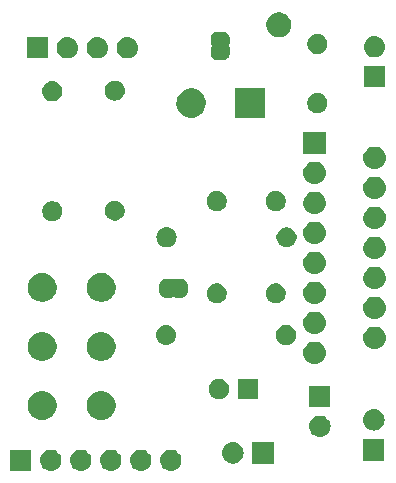
<source format=gbr>
G04 #@! TF.GenerationSoftware,KiCad,Pcbnew,5.1.4+dfsg1-1~bpo10+1*
G04 #@! TF.CreationDate,2020-12-25T00:52:37+00:00*
G04 #@! TF.ProjectId,Multi Watt Amplifier,4d756c74-6920-4576-9174-7420416d706c,rev?*
G04 #@! TF.SameCoordinates,Original*
G04 #@! TF.FileFunction,Soldermask,Top*
G04 #@! TF.FilePolarity,Negative*
%FSLAX46Y46*%
G04 Gerber Fmt 4.6, Leading zero omitted, Abs format (unit mm)*
G04 Created by KiCad (PCBNEW 5.1.4+dfsg1-1~bpo10+1) date 2020-12-25 00:52:37*
%MOMM*%
%LPD*%
G04 APERTURE LIST*
%ADD10C,0.100000*%
G04 APERTURE END LIST*
D10*
G36*
X157500442Y-117695518D02*
G01*
X157566627Y-117702037D01*
X157736466Y-117753557D01*
X157892991Y-117837222D01*
X157928729Y-117866552D01*
X158030186Y-117949814D01*
X158113448Y-118051271D01*
X158142778Y-118087009D01*
X158226443Y-118243534D01*
X158277963Y-118413373D01*
X158295359Y-118590000D01*
X158277963Y-118766627D01*
X158226443Y-118936466D01*
X158142778Y-119092991D01*
X158113448Y-119128729D01*
X158030186Y-119230186D01*
X157928729Y-119313448D01*
X157892991Y-119342778D01*
X157736466Y-119426443D01*
X157566627Y-119477963D01*
X157500443Y-119484481D01*
X157434260Y-119491000D01*
X157345740Y-119491000D01*
X157279557Y-119484481D01*
X157213373Y-119477963D01*
X157043534Y-119426443D01*
X156887009Y-119342778D01*
X156851271Y-119313448D01*
X156749814Y-119230186D01*
X156666552Y-119128729D01*
X156637222Y-119092991D01*
X156553557Y-118936466D01*
X156502037Y-118766627D01*
X156484641Y-118590000D01*
X156502037Y-118413373D01*
X156553557Y-118243534D01*
X156637222Y-118087009D01*
X156666552Y-118051271D01*
X156749814Y-117949814D01*
X156851271Y-117866552D01*
X156887009Y-117837222D01*
X157043534Y-117753557D01*
X157213373Y-117702037D01*
X157279558Y-117695518D01*
X157345740Y-117689000D01*
X157434260Y-117689000D01*
X157500442Y-117695518D01*
X157500442Y-117695518D01*
G37*
G36*
X154960442Y-117695518D02*
G01*
X155026627Y-117702037D01*
X155196466Y-117753557D01*
X155352991Y-117837222D01*
X155388729Y-117866552D01*
X155490186Y-117949814D01*
X155573448Y-118051271D01*
X155602778Y-118087009D01*
X155686443Y-118243534D01*
X155737963Y-118413373D01*
X155755359Y-118590000D01*
X155737963Y-118766627D01*
X155686443Y-118936466D01*
X155602778Y-119092991D01*
X155573448Y-119128729D01*
X155490186Y-119230186D01*
X155388729Y-119313448D01*
X155352991Y-119342778D01*
X155196466Y-119426443D01*
X155026627Y-119477963D01*
X154960443Y-119484481D01*
X154894260Y-119491000D01*
X154805740Y-119491000D01*
X154739557Y-119484481D01*
X154673373Y-119477963D01*
X154503534Y-119426443D01*
X154347009Y-119342778D01*
X154311271Y-119313448D01*
X154209814Y-119230186D01*
X154126552Y-119128729D01*
X154097222Y-119092991D01*
X154013557Y-118936466D01*
X153962037Y-118766627D01*
X153944641Y-118590000D01*
X153962037Y-118413373D01*
X154013557Y-118243534D01*
X154097222Y-118087009D01*
X154126552Y-118051271D01*
X154209814Y-117949814D01*
X154311271Y-117866552D01*
X154347009Y-117837222D01*
X154503534Y-117753557D01*
X154673373Y-117702037D01*
X154739558Y-117695518D01*
X154805740Y-117689000D01*
X154894260Y-117689000D01*
X154960442Y-117695518D01*
X154960442Y-117695518D01*
G37*
G36*
X152420442Y-117695518D02*
G01*
X152486627Y-117702037D01*
X152656466Y-117753557D01*
X152812991Y-117837222D01*
X152848729Y-117866552D01*
X152950186Y-117949814D01*
X153033448Y-118051271D01*
X153062778Y-118087009D01*
X153146443Y-118243534D01*
X153197963Y-118413373D01*
X153215359Y-118590000D01*
X153197963Y-118766627D01*
X153146443Y-118936466D01*
X153062778Y-119092991D01*
X153033448Y-119128729D01*
X152950186Y-119230186D01*
X152848729Y-119313448D01*
X152812991Y-119342778D01*
X152656466Y-119426443D01*
X152486627Y-119477963D01*
X152420443Y-119484481D01*
X152354260Y-119491000D01*
X152265740Y-119491000D01*
X152199557Y-119484481D01*
X152133373Y-119477963D01*
X151963534Y-119426443D01*
X151807009Y-119342778D01*
X151771271Y-119313448D01*
X151669814Y-119230186D01*
X151586552Y-119128729D01*
X151557222Y-119092991D01*
X151473557Y-118936466D01*
X151422037Y-118766627D01*
X151404641Y-118590000D01*
X151422037Y-118413373D01*
X151473557Y-118243534D01*
X151557222Y-118087009D01*
X151586552Y-118051271D01*
X151669814Y-117949814D01*
X151771271Y-117866552D01*
X151807009Y-117837222D01*
X151963534Y-117753557D01*
X152133373Y-117702037D01*
X152199558Y-117695518D01*
X152265740Y-117689000D01*
X152354260Y-117689000D01*
X152420442Y-117695518D01*
X152420442Y-117695518D01*
G37*
G36*
X149880442Y-117695518D02*
G01*
X149946627Y-117702037D01*
X150116466Y-117753557D01*
X150272991Y-117837222D01*
X150308729Y-117866552D01*
X150410186Y-117949814D01*
X150493448Y-118051271D01*
X150522778Y-118087009D01*
X150606443Y-118243534D01*
X150657963Y-118413373D01*
X150675359Y-118590000D01*
X150657963Y-118766627D01*
X150606443Y-118936466D01*
X150522778Y-119092991D01*
X150493448Y-119128729D01*
X150410186Y-119230186D01*
X150308729Y-119313448D01*
X150272991Y-119342778D01*
X150116466Y-119426443D01*
X149946627Y-119477963D01*
X149880443Y-119484481D01*
X149814260Y-119491000D01*
X149725740Y-119491000D01*
X149659557Y-119484481D01*
X149593373Y-119477963D01*
X149423534Y-119426443D01*
X149267009Y-119342778D01*
X149231271Y-119313448D01*
X149129814Y-119230186D01*
X149046552Y-119128729D01*
X149017222Y-119092991D01*
X148933557Y-118936466D01*
X148882037Y-118766627D01*
X148864641Y-118590000D01*
X148882037Y-118413373D01*
X148933557Y-118243534D01*
X149017222Y-118087009D01*
X149046552Y-118051271D01*
X149129814Y-117949814D01*
X149231271Y-117866552D01*
X149267009Y-117837222D01*
X149423534Y-117753557D01*
X149593373Y-117702037D01*
X149659558Y-117695518D01*
X149725740Y-117689000D01*
X149814260Y-117689000D01*
X149880442Y-117695518D01*
X149880442Y-117695518D01*
G37*
G36*
X145591000Y-119491000D02*
G01*
X143789000Y-119491000D01*
X143789000Y-117689000D01*
X145591000Y-117689000D01*
X145591000Y-119491000D01*
X145591000Y-119491000D01*
G37*
G36*
X147340442Y-117695518D02*
G01*
X147406627Y-117702037D01*
X147576466Y-117753557D01*
X147732991Y-117837222D01*
X147768729Y-117866552D01*
X147870186Y-117949814D01*
X147953448Y-118051271D01*
X147982778Y-118087009D01*
X148066443Y-118243534D01*
X148117963Y-118413373D01*
X148135359Y-118590000D01*
X148117963Y-118766627D01*
X148066443Y-118936466D01*
X147982778Y-119092991D01*
X147953448Y-119128729D01*
X147870186Y-119230186D01*
X147768729Y-119313448D01*
X147732991Y-119342778D01*
X147576466Y-119426443D01*
X147406627Y-119477963D01*
X147340443Y-119484481D01*
X147274260Y-119491000D01*
X147185740Y-119491000D01*
X147119557Y-119484481D01*
X147053373Y-119477963D01*
X146883534Y-119426443D01*
X146727009Y-119342778D01*
X146691271Y-119313448D01*
X146589814Y-119230186D01*
X146506552Y-119128729D01*
X146477222Y-119092991D01*
X146393557Y-118936466D01*
X146342037Y-118766627D01*
X146324641Y-118590000D01*
X146342037Y-118413373D01*
X146393557Y-118243534D01*
X146477222Y-118087009D01*
X146506552Y-118051271D01*
X146589814Y-117949814D01*
X146691271Y-117866552D01*
X146727009Y-117837222D01*
X146883534Y-117753557D01*
X147053373Y-117702037D01*
X147119558Y-117695518D01*
X147185740Y-117689000D01*
X147274260Y-117689000D01*
X147340442Y-117695518D01*
X147340442Y-117695518D01*
G37*
G36*
X162770442Y-117075518D02*
G01*
X162836627Y-117082037D01*
X163006466Y-117133557D01*
X163162991Y-117217222D01*
X163198729Y-117246552D01*
X163300186Y-117329814D01*
X163383448Y-117431271D01*
X163412778Y-117467009D01*
X163496443Y-117623534D01*
X163547963Y-117793373D01*
X163565359Y-117970000D01*
X163547963Y-118146627D01*
X163496443Y-118316466D01*
X163412778Y-118472991D01*
X163383448Y-118508729D01*
X163300186Y-118610186D01*
X163198729Y-118693448D01*
X163162991Y-118722778D01*
X163006466Y-118806443D01*
X162836627Y-118857963D01*
X162770443Y-118864481D01*
X162704260Y-118871000D01*
X162615740Y-118871000D01*
X162549557Y-118864481D01*
X162483373Y-118857963D01*
X162313534Y-118806443D01*
X162157009Y-118722778D01*
X162121271Y-118693448D01*
X162019814Y-118610186D01*
X161936552Y-118508729D01*
X161907222Y-118472991D01*
X161823557Y-118316466D01*
X161772037Y-118146627D01*
X161754641Y-117970000D01*
X161772037Y-117793373D01*
X161823557Y-117623534D01*
X161907222Y-117467009D01*
X161936552Y-117431271D01*
X162019814Y-117329814D01*
X162121271Y-117246552D01*
X162157009Y-117217222D01*
X162313534Y-117133557D01*
X162483373Y-117082037D01*
X162549558Y-117075518D01*
X162615740Y-117069000D01*
X162704260Y-117069000D01*
X162770442Y-117075518D01*
X162770442Y-117075518D01*
G37*
G36*
X166101000Y-118871000D02*
G01*
X164299000Y-118871000D01*
X164299000Y-117069000D01*
X166101000Y-117069000D01*
X166101000Y-118871000D01*
X166101000Y-118871000D01*
G37*
G36*
X175491000Y-118611000D02*
G01*
X173689000Y-118611000D01*
X173689000Y-116809000D01*
X175491000Y-116809000D01*
X175491000Y-118611000D01*
X175491000Y-118611000D01*
G37*
G36*
X170130443Y-114825519D02*
G01*
X170196627Y-114832037D01*
X170366466Y-114883557D01*
X170522991Y-114967222D01*
X170554856Y-114993373D01*
X170660186Y-115079814D01*
X170735019Y-115171000D01*
X170772778Y-115217009D01*
X170856443Y-115373534D01*
X170907963Y-115543373D01*
X170925359Y-115720000D01*
X170907963Y-115896627D01*
X170856443Y-116066466D01*
X170772778Y-116222991D01*
X170743448Y-116258729D01*
X170660186Y-116360186D01*
X170558729Y-116443448D01*
X170522991Y-116472778D01*
X170366466Y-116556443D01*
X170196627Y-116607963D01*
X170130442Y-116614482D01*
X170064260Y-116621000D01*
X169975740Y-116621000D01*
X169909558Y-116614482D01*
X169843373Y-116607963D01*
X169673534Y-116556443D01*
X169517009Y-116472778D01*
X169481271Y-116443448D01*
X169379814Y-116360186D01*
X169296552Y-116258729D01*
X169267222Y-116222991D01*
X169183557Y-116066466D01*
X169132037Y-115896627D01*
X169114641Y-115720000D01*
X169132037Y-115543373D01*
X169183557Y-115373534D01*
X169267222Y-115217009D01*
X169304981Y-115171000D01*
X169379814Y-115079814D01*
X169485144Y-114993373D01*
X169517009Y-114967222D01*
X169673534Y-114883557D01*
X169843373Y-114832037D01*
X169909557Y-114825519D01*
X169975740Y-114819000D01*
X170064260Y-114819000D01*
X170130443Y-114825519D01*
X170130443Y-114825519D01*
G37*
G36*
X174700442Y-114275518D02*
G01*
X174766627Y-114282037D01*
X174936466Y-114333557D01*
X175092991Y-114417222D01*
X175128729Y-114446552D01*
X175230186Y-114529814D01*
X175313448Y-114631271D01*
X175342778Y-114667009D01*
X175426443Y-114823534D01*
X175477963Y-114993373D01*
X175495359Y-115170000D01*
X175477963Y-115346627D01*
X175426443Y-115516466D01*
X175342778Y-115672991D01*
X175313448Y-115708729D01*
X175230186Y-115810186D01*
X175128729Y-115893448D01*
X175092991Y-115922778D01*
X174936466Y-116006443D01*
X174766627Y-116057963D01*
X174700442Y-116064482D01*
X174634260Y-116071000D01*
X174545740Y-116071000D01*
X174479558Y-116064482D01*
X174413373Y-116057963D01*
X174243534Y-116006443D01*
X174087009Y-115922778D01*
X174051271Y-115893448D01*
X173949814Y-115810186D01*
X173866552Y-115708729D01*
X173837222Y-115672991D01*
X173753557Y-115516466D01*
X173702037Y-115346627D01*
X173684641Y-115170000D01*
X173702037Y-114993373D01*
X173753557Y-114823534D01*
X173837222Y-114667009D01*
X173866552Y-114631271D01*
X173949814Y-114529814D01*
X174051271Y-114446552D01*
X174087009Y-114417222D01*
X174243534Y-114333557D01*
X174413373Y-114282037D01*
X174479558Y-114275518D01*
X174545740Y-114269000D01*
X174634260Y-114269000D01*
X174700442Y-114275518D01*
X174700442Y-114275518D01*
G37*
G36*
X151748205Y-112752461D02*
G01*
X151866153Y-112775922D01*
X151958194Y-112814047D01*
X152088359Y-112867963D01*
X152288342Y-113001587D01*
X152458413Y-113171658D01*
X152592037Y-113371641D01*
X152598935Y-113388295D01*
X152684078Y-113593847D01*
X152731000Y-113829742D01*
X152731000Y-114070258D01*
X152684078Y-114306153D01*
X152672726Y-114333558D01*
X152592037Y-114528359D01*
X152458413Y-114728342D01*
X152288342Y-114898413D01*
X152088359Y-115032037D01*
X151958194Y-115085953D01*
X151866153Y-115124078D01*
X151748205Y-115147539D01*
X151630259Y-115171000D01*
X151389741Y-115171000D01*
X151271795Y-115147539D01*
X151153847Y-115124078D01*
X151061806Y-115085953D01*
X150931641Y-115032037D01*
X150731658Y-114898413D01*
X150561587Y-114728342D01*
X150427963Y-114528359D01*
X150347274Y-114333558D01*
X150335922Y-114306153D01*
X150289000Y-114070258D01*
X150289000Y-113829742D01*
X150335922Y-113593847D01*
X150421065Y-113388295D01*
X150427963Y-113371641D01*
X150561587Y-113171658D01*
X150731658Y-113001587D01*
X150931641Y-112867963D01*
X151061806Y-112814047D01*
X151153847Y-112775922D01*
X151271795Y-112752461D01*
X151389741Y-112729000D01*
X151630259Y-112729000D01*
X151748205Y-112752461D01*
X151748205Y-112752461D01*
G37*
G36*
X146748205Y-112752461D02*
G01*
X146866153Y-112775922D01*
X146958194Y-112814047D01*
X147088359Y-112867963D01*
X147288342Y-113001587D01*
X147458413Y-113171658D01*
X147592037Y-113371641D01*
X147598935Y-113388295D01*
X147684078Y-113593847D01*
X147731000Y-113829742D01*
X147731000Y-114070258D01*
X147684078Y-114306153D01*
X147672726Y-114333558D01*
X147592037Y-114528359D01*
X147458413Y-114728342D01*
X147288342Y-114898413D01*
X147088359Y-115032037D01*
X146958194Y-115085953D01*
X146866153Y-115124078D01*
X146748205Y-115147539D01*
X146630259Y-115171000D01*
X146389741Y-115171000D01*
X146271795Y-115147539D01*
X146153847Y-115124078D01*
X146061806Y-115085953D01*
X145931641Y-115032037D01*
X145731658Y-114898413D01*
X145561587Y-114728342D01*
X145427963Y-114528359D01*
X145347274Y-114333558D01*
X145335922Y-114306153D01*
X145289000Y-114070258D01*
X145289000Y-113829742D01*
X145335922Y-113593847D01*
X145421065Y-113388295D01*
X145427963Y-113371641D01*
X145561587Y-113171658D01*
X145731658Y-113001587D01*
X145931641Y-112867963D01*
X146061806Y-112814047D01*
X146153847Y-112775922D01*
X146271795Y-112752461D01*
X146389741Y-112729000D01*
X146630259Y-112729000D01*
X146748205Y-112752461D01*
X146748205Y-112752461D01*
G37*
G36*
X170921000Y-114081000D02*
G01*
X169119000Y-114081000D01*
X169119000Y-112279000D01*
X170921000Y-112279000D01*
X170921000Y-114081000D01*
X170921000Y-114081000D01*
G37*
G36*
X164821000Y-113421000D02*
G01*
X163119000Y-113421000D01*
X163119000Y-111719000D01*
X164821000Y-111719000D01*
X164821000Y-113421000D01*
X164821000Y-113421000D01*
G37*
G36*
X161718228Y-111751703D02*
G01*
X161873100Y-111815853D01*
X162012481Y-111908985D01*
X162131015Y-112027519D01*
X162224147Y-112166900D01*
X162288297Y-112321772D01*
X162321000Y-112486184D01*
X162321000Y-112653816D01*
X162288297Y-112818228D01*
X162224147Y-112973100D01*
X162131015Y-113112481D01*
X162012481Y-113231015D01*
X161873100Y-113324147D01*
X161718228Y-113388297D01*
X161553816Y-113421000D01*
X161386184Y-113421000D01*
X161221772Y-113388297D01*
X161066900Y-113324147D01*
X160927519Y-113231015D01*
X160808985Y-113112481D01*
X160715853Y-112973100D01*
X160651703Y-112818228D01*
X160619000Y-112653816D01*
X160619000Y-112486184D01*
X160651703Y-112321772D01*
X160715853Y-112166900D01*
X160808985Y-112027519D01*
X160927519Y-111908985D01*
X161066900Y-111815853D01*
X161221772Y-111751703D01*
X161386184Y-111719000D01*
X161553816Y-111719000D01*
X161718228Y-111751703D01*
X161718228Y-111751703D01*
G37*
G36*
X169756425Y-108552760D02*
G01*
X169756428Y-108552761D01*
X169756429Y-108552761D01*
X169935693Y-108607140D01*
X169935696Y-108607142D01*
X169935697Y-108607142D01*
X170100903Y-108695446D01*
X170245712Y-108814288D01*
X170364554Y-108959097D01*
X170452858Y-109124303D01*
X170452860Y-109124307D01*
X170507239Y-109303571D01*
X170507240Y-109303575D01*
X170525601Y-109490000D01*
X170507240Y-109676425D01*
X170507239Y-109676428D01*
X170507239Y-109676429D01*
X170452860Y-109855693D01*
X170452858Y-109855696D01*
X170452858Y-109855697D01*
X170364554Y-110020903D01*
X170245712Y-110165712D01*
X170100903Y-110284554D01*
X169935697Y-110372858D01*
X169935693Y-110372860D01*
X169756429Y-110427239D01*
X169756428Y-110427239D01*
X169756425Y-110427240D01*
X169616718Y-110441000D01*
X169523282Y-110441000D01*
X169383575Y-110427240D01*
X169383572Y-110427239D01*
X169383571Y-110427239D01*
X169204307Y-110372860D01*
X169204303Y-110372858D01*
X169039097Y-110284554D01*
X168894288Y-110165712D01*
X168775446Y-110020903D01*
X168687142Y-109855697D01*
X168687142Y-109855696D01*
X168687140Y-109855693D01*
X168632761Y-109676429D01*
X168632761Y-109676428D01*
X168632760Y-109676425D01*
X168614399Y-109490000D01*
X168632760Y-109303575D01*
X168632761Y-109303571D01*
X168687140Y-109124307D01*
X168687142Y-109124303D01*
X168775446Y-108959097D01*
X168894288Y-108814288D01*
X169039097Y-108695446D01*
X169204303Y-108607142D01*
X169204304Y-108607142D01*
X169204307Y-108607140D01*
X169383571Y-108552761D01*
X169383572Y-108552761D01*
X169383575Y-108552760D01*
X169523282Y-108539000D01*
X169616718Y-108539000D01*
X169756425Y-108552760D01*
X169756425Y-108552760D01*
G37*
G36*
X146694463Y-107741771D02*
G01*
X146866153Y-107775922D01*
X146958194Y-107814047D01*
X147088359Y-107867963D01*
X147288342Y-108001587D01*
X147458413Y-108171658D01*
X147592037Y-108371641D01*
X147630739Y-108465076D01*
X147684078Y-108593847D01*
X147695449Y-108651015D01*
X147726735Y-108808297D01*
X147731000Y-108829742D01*
X147731000Y-109070258D01*
X147684592Y-109303571D01*
X147684078Y-109306152D01*
X147592037Y-109528359D01*
X147458413Y-109728342D01*
X147288342Y-109898413D01*
X147088359Y-110032037D01*
X146958194Y-110085953D01*
X146866153Y-110124078D01*
X146630259Y-110171000D01*
X146389741Y-110171000D01*
X146153847Y-110124078D01*
X146061806Y-110085953D01*
X145931641Y-110032037D01*
X145731658Y-109898413D01*
X145561587Y-109728342D01*
X145427963Y-109528359D01*
X145335922Y-109306152D01*
X145335409Y-109303571D01*
X145289000Y-109070258D01*
X145289000Y-108829742D01*
X145293266Y-108808297D01*
X145324551Y-108651015D01*
X145335922Y-108593847D01*
X145389261Y-108465076D01*
X145427963Y-108371641D01*
X145561587Y-108171658D01*
X145731658Y-108001587D01*
X145931641Y-107867963D01*
X146061806Y-107814047D01*
X146153847Y-107775922D01*
X146325537Y-107741771D01*
X146389741Y-107729000D01*
X146630259Y-107729000D01*
X146694463Y-107741771D01*
X146694463Y-107741771D01*
G37*
G36*
X151694463Y-107741771D02*
G01*
X151866153Y-107775922D01*
X151958194Y-107814047D01*
X152088359Y-107867963D01*
X152288342Y-108001587D01*
X152458413Y-108171658D01*
X152592037Y-108371641D01*
X152630739Y-108465076D01*
X152684078Y-108593847D01*
X152695449Y-108651015D01*
X152726735Y-108808297D01*
X152731000Y-108829742D01*
X152731000Y-109070258D01*
X152684592Y-109303571D01*
X152684078Y-109306152D01*
X152592037Y-109528359D01*
X152458413Y-109728342D01*
X152288342Y-109898413D01*
X152088359Y-110032037D01*
X151958194Y-110085953D01*
X151866153Y-110124078D01*
X151630259Y-110171000D01*
X151389741Y-110171000D01*
X151153847Y-110124078D01*
X151061806Y-110085953D01*
X150931641Y-110032037D01*
X150731658Y-109898413D01*
X150561587Y-109728342D01*
X150427963Y-109528359D01*
X150335922Y-109306152D01*
X150335409Y-109303571D01*
X150289000Y-109070258D01*
X150289000Y-108829742D01*
X150293266Y-108808297D01*
X150324551Y-108651015D01*
X150335922Y-108593847D01*
X150389261Y-108465076D01*
X150427963Y-108371641D01*
X150561587Y-108171658D01*
X150731658Y-108001587D01*
X150931641Y-107867963D01*
X151061806Y-107814047D01*
X151153847Y-107775922D01*
X151325537Y-107741771D01*
X151389741Y-107729000D01*
X151630259Y-107729000D01*
X151694463Y-107741771D01*
X151694463Y-107741771D01*
G37*
G36*
X174836425Y-107282760D02*
G01*
X174836428Y-107282761D01*
X174836429Y-107282761D01*
X175015693Y-107337140D01*
X175015696Y-107337142D01*
X175015697Y-107337142D01*
X175180903Y-107425446D01*
X175325712Y-107544288D01*
X175444554Y-107689097D01*
X175532858Y-107854303D01*
X175532860Y-107854307D01*
X175587239Y-108033571D01*
X175587240Y-108033575D01*
X175605601Y-108220000D01*
X175587240Y-108406425D01*
X175587239Y-108406428D01*
X175587239Y-108406429D01*
X175532860Y-108585693D01*
X175532858Y-108585696D01*
X175532858Y-108585697D01*
X175444554Y-108750903D01*
X175325712Y-108895712D01*
X175180903Y-109014554D01*
X175015697Y-109102858D01*
X175015693Y-109102860D01*
X174836429Y-109157239D01*
X174836428Y-109157239D01*
X174836425Y-109157240D01*
X174696718Y-109171000D01*
X174603282Y-109171000D01*
X174463575Y-109157240D01*
X174463572Y-109157239D01*
X174463571Y-109157239D01*
X174284307Y-109102860D01*
X174284303Y-109102858D01*
X174119097Y-109014554D01*
X173974288Y-108895712D01*
X173855446Y-108750903D01*
X173767142Y-108585697D01*
X173767142Y-108585696D01*
X173767140Y-108585693D01*
X173712761Y-108406429D01*
X173712761Y-108406428D01*
X173712760Y-108406425D01*
X173694399Y-108220000D01*
X173712760Y-108033575D01*
X173712761Y-108033571D01*
X173767140Y-107854307D01*
X173767142Y-107854303D01*
X173855446Y-107689097D01*
X173974288Y-107544288D01*
X174119097Y-107425446D01*
X174284303Y-107337142D01*
X174284304Y-107337142D01*
X174284307Y-107337140D01*
X174463571Y-107282761D01*
X174463572Y-107282761D01*
X174463575Y-107282760D01*
X174603282Y-107269000D01*
X174696718Y-107269000D01*
X174836425Y-107282760D01*
X174836425Y-107282760D01*
G37*
G36*
X167408228Y-107171703D02*
G01*
X167563100Y-107235853D01*
X167702481Y-107328985D01*
X167821015Y-107447519D01*
X167914147Y-107586900D01*
X167978297Y-107741772D01*
X168011000Y-107906184D01*
X168011000Y-108073816D01*
X167978297Y-108238228D01*
X167914147Y-108393100D01*
X167821015Y-108532481D01*
X167702481Y-108651015D01*
X167563100Y-108744147D01*
X167408228Y-108808297D01*
X167243816Y-108841000D01*
X167076184Y-108841000D01*
X166911772Y-108808297D01*
X166756900Y-108744147D01*
X166617519Y-108651015D01*
X166498985Y-108532481D01*
X166405853Y-108393100D01*
X166341703Y-108238228D01*
X166309000Y-108073816D01*
X166309000Y-107906184D01*
X166341703Y-107741772D01*
X166405853Y-107586900D01*
X166498985Y-107447519D01*
X166617519Y-107328985D01*
X166756900Y-107235853D01*
X166911772Y-107171703D01*
X167076184Y-107139000D01*
X167243816Y-107139000D01*
X167408228Y-107171703D01*
X167408228Y-107171703D01*
G37*
G36*
X157166823Y-107151313D02*
G01*
X157327242Y-107199976D01*
X157394361Y-107235852D01*
X157475078Y-107278996D01*
X157604659Y-107385341D01*
X157711004Y-107514922D01*
X157711005Y-107514924D01*
X157790024Y-107662758D01*
X157838687Y-107823177D01*
X157855117Y-107990000D01*
X157838687Y-108156823D01*
X157790024Y-108317242D01*
X157719114Y-108449906D01*
X157711004Y-108465078D01*
X157604659Y-108594659D01*
X157475078Y-108701004D01*
X157475076Y-108701005D01*
X157327242Y-108780024D01*
X157166823Y-108828687D01*
X157041804Y-108841000D01*
X156958196Y-108841000D01*
X156833177Y-108828687D01*
X156672758Y-108780024D01*
X156524924Y-108701005D01*
X156524922Y-108701004D01*
X156395341Y-108594659D01*
X156288996Y-108465078D01*
X156280886Y-108449906D01*
X156209976Y-108317242D01*
X156161313Y-108156823D01*
X156144883Y-107990000D01*
X156161313Y-107823177D01*
X156209976Y-107662758D01*
X156288995Y-107514924D01*
X156288996Y-107514922D01*
X156395341Y-107385341D01*
X156524922Y-107278996D01*
X156605639Y-107235852D01*
X156672758Y-107199976D01*
X156833177Y-107151313D01*
X156958196Y-107139000D01*
X157041804Y-107139000D01*
X157166823Y-107151313D01*
X157166823Y-107151313D01*
G37*
G36*
X169756425Y-106012760D02*
G01*
X169756428Y-106012761D01*
X169756429Y-106012761D01*
X169935693Y-106067140D01*
X169935696Y-106067142D01*
X169935697Y-106067142D01*
X170100903Y-106155446D01*
X170245712Y-106274288D01*
X170364554Y-106419097D01*
X170452858Y-106584303D01*
X170452860Y-106584307D01*
X170507239Y-106763571D01*
X170507240Y-106763575D01*
X170525601Y-106950000D01*
X170507240Y-107136425D01*
X170507239Y-107136428D01*
X170507239Y-107136429D01*
X170452860Y-107315693D01*
X170452858Y-107315696D01*
X170452858Y-107315697D01*
X170364554Y-107480903D01*
X170245712Y-107625712D01*
X170100903Y-107744554D01*
X169953809Y-107823177D01*
X169935693Y-107832860D01*
X169756429Y-107887239D01*
X169756428Y-107887239D01*
X169756425Y-107887240D01*
X169616718Y-107901000D01*
X169523282Y-107901000D01*
X169383575Y-107887240D01*
X169383572Y-107887239D01*
X169383571Y-107887239D01*
X169204307Y-107832860D01*
X169186191Y-107823177D01*
X169039097Y-107744554D01*
X168894288Y-107625712D01*
X168775446Y-107480903D01*
X168687142Y-107315697D01*
X168687142Y-107315696D01*
X168687140Y-107315693D01*
X168632761Y-107136429D01*
X168632761Y-107136428D01*
X168632760Y-107136425D01*
X168614399Y-106950000D01*
X168632760Y-106763575D01*
X168632761Y-106763571D01*
X168687140Y-106584307D01*
X168687142Y-106584303D01*
X168775446Y-106419097D01*
X168894288Y-106274288D01*
X169039097Y-106155446D01*
X169204303Y-106067142D01*
X169204304Y-106067142D01*
X169204307Y-106067140D01*
X169383571Y-106012761D01*
X169383572Y-106012761D01*
X169383575Y-106012760D01*
X169523282Y-105999000D01*
X169616718Y-105999000D01*
X169756425Y-106012760D01*
X169756425Y-106012760D01*
G37*
G36*
X174836425Y-104742760D02*
G01*
X174836428Y-104742761D01*
X174836429Y-104742761D01*
X175015693Y-104797140D01*
X175015696Y-104797142D01*
X175015697Y-104797142D01*
X175180903Y-104885446D01*
X175325712Y-105004288D01*
X175444554Y-105149097D01*
X175532858Y-105314303D01*
X175532860Y-105314307D01*
X175587239Y-105493571D01*
X175587240Y-105493575D01*
X175605601Y-105680000D01*
X175587240Y-105866425D01*
X175587239Y-105866428D01*
X175587239Y-105866429D01*
X175532860Y-106045693D01*
X175532858Y-106045696D01*
X175532858Y-106045697D01*
X175444554Y-106210903D01*
X175325712Y-106355712D01*
X175180903Y-106474554D01*
X175015697Y-106562858D01*
X175015693Y-106562860D01*
X174836429Y-106617239D01*
X174836428Y-106617239D01*
X174836425Y-106617240D01*
X174696718Y-106631000D01*
X174603282Y-106631000D01*
X174463575Y-106617240D01*
X174463572Y-106617239D01*
X174463571Y-106617239D01*
X174284307Y-106562860D01*
X174284303Y-106562858D01*
X174119097Y-106474554D01*
X173974288Y-106355712D01*
X173855446Y-106210903D01*
X173767142Y-106045697D01*
X173767142Y-106045696D01*
X173767140Y-106045693D01*
X173712761Y-105866429D01*
X173712761Y-105866428D01*
X173712760Y-105866425D01*
X173694399Y-105680000D01*
X173712760Y-105493575D01*
X173712761Y-105493571D01*
X173767140Y-105314307D01*
X173767142Y-105314303D01*
X173855446Y-105149097D01*
X173974288Y-105004288D01*
X174119097Y-104885446D01*
X174284303Y-104797142D01*
X174284304Y-104797142D01*
X174284307Y-104797140D01*
X174463571Y-104742761D01*
X174463572Y-104742761D01*
X174463575Y-104742760D01*
X174603282Y-104729000D01*
X174696718Y-104729000D01*
X174836425Y-104742760D01*
X174836425Y-104742760D01*
G37*
G36*
X169756425Y-103472760D02*
G01*
X169756428Y-103472761D01*
X169756429Y-103472761D01*
X169935693Y-103527140D01*
X169935696Y-103527142D01*
X169935697Y-103527142D01*
X170100903Y-103615446D01*
X170245712Y-103734288D01*
X170364554Y-103879097D01*
X170452858Y-104044303D01*
X170452860Y-104044307D01*
X170503660Y-104211772D01*
X170507240Y-104223575D01*
X170525601Y-104410000D01*
X170507240Y-104596425D01*
X170507239Y-104596428D01*
X170507239Y-104596429D01*
X170452860Y-104775693D01*
X170452858Y-104775696D01*
X170452858Y-104775697D01*
X170364554Y-104940903D01*
X170245712Y-105085712D01*
X170100903Y-105204554D01*
X169935697Y-105292858D01*
X169935693Y-105292860D01*
X169756429Y-105347239D01*
X169756428Y-105347239D01*
X169756425Y-105347240D01*
X169616718Y-105361000D01*
X169523282Y-105361000D01*
X169383575Y-105347240D01*
X169383572Y-105347239D01*
X169383571Y-105347239D01*
X169204307Y-105292860D01*
X169204303Y-105292858D01*
X169039097Y-105204554D01*
X168894288Y-105085712D01*
X168775446Y-104940903D01*
X168687142Y-104775697D01*
X168687142Y-104775696D01*
X168687140Y-104775693D01*
X168632761Y-104596429D01*
X168632761Y-104596428D01*
X168632760Y-104596425D01*
X168614399Y-104410000D01*
X168632760Y-104223575D01*
X168636340Y-104211772D01*
X168687140Y-104044307D01*
X168687142Y-104044303D01*
X168775446Y-103879097D01*
X168894288Y-103734288D01*
X169039097Y-103615446D01*
X169204303Y-103527142D01*
X169204304Y-103527142D01*
X169204307Y-103527140D01*
X169383571Y-103472761D01*
X169383572Y-103472761D01*
X169383575Y-103472760D01*
X169523282Y-103459000D01*
X169616718Y-103459000D01*
X169756425Y-103472760D01*
X169756425Y-103472760D01*
G37*
G36*
X161528228Y-103641703D02*
G01*
X161683100Y-103705853D01*
X161822481Y-103798985D01*
X161941015Y-103917519D01*
X162034147Y-104056900D01*
X162098297Y-104211772D01*
X162131000Y-104376184D01*
X162131000Y-104543816D01*
X162098297Y-104708228D01*
X162034147Y-104863100D01*
X161941015Y-105002481D01*
X161822481Y-105121015D01*
X161683100Y-105214147D01*
X161528228Y-105278297D01*
X161363816Y-105311000D01*
X161196184Y-105311000D01*
X161031772Y-105278297D01*
X160876900Y-105214147D01*
X160737519Y-105121015D01*
X160618985Y-105002481D01*
X160525853Y-104863100D01*
X160461703Y-104708228D01*
X160429000Y-104543816D01*
X160429000Y-104376184D01*
X160461703Y-104211772D01*
X160525853Y-104056900D01*
X160618985Y-103917519D01*
X160737519Y-103798985D01*
X160876900Y-103705853D01*
X161031772Y-103641703D01*
X161196184Y-103609000D01*
X161363816Y-103609000D01*
X161528228Y-103641703D01*
X161528228Y-103641703D01*
G37*
G36*
X166528228Y-103641703D02*
G01*
X166683100Y-103705853D01*
X166822481Y-103798985D01*
X166941015Y-103917519D01*
X167034147Y-104056900D01*
X167098297Y-104211772D01*
X167131000Y-104376184D01*
X167131000Y-104543816D01*
X167098297Y-104708228D01*
X167034147Y-104863100D01*
X166941015Y-105002481D01*
X166822481Y-105121015D01*
X166683100Y-105214147D01*
X166528228Y-105278297D01*
X166363816Y-105311000D01*
X166196184Y-105311000D01*
X166031772Y-105278297D01*
X165876900Y-105214147D01*
X165737519Y-105121015D01*
X165618985Y-105002481D01*
X165525853Y-104863100D01*
X165461703Y-104708228D01*
X165429000Y-104543816D01*
X165429000Y-104376184D01*
X165461703Y-104211772D01*
X165525853Y-104056900D01*
X165618985Y-103917519D01*
X165737519Y-103798985D01*
X165876900Y-103705853D01*
X166031772Y-103641703D01*
X166196184Y-103609000D01*
X166363816Y-103609000D01*
X166528228Y-103641703D01*
X166528228Y-103641703D01*
G37*
G36*
X146866153Y-102775922D02*
G01*
X146958194Y-102814047D01*
X147088359Y-102867963D01*
X147288342Y-103001587D01*
X147458413Y-103171658D01*
X147592037Y-103371641D01*
X147628222Y-103459000D01*
X147684078Y-103593847D01*
X147687092Y-103609000D01*
X147731000Y-103829741D01*
X147731000Y-104070259D01*
X147729611Y-104077240D01*
X147684078Y-104306153D01*
X147645953Y-104398194D01*
X147592037Y-104528359D01*
X147458413Y-104728342D01*
X147288342Y-104898413D01*
X147088359Y-105032037D01*
X146958776Y-105085712D01*
X146866153Y-105124078D01*
X146748205Y-105147539D01*
X146630259Y-105171000D01*
X146389741Y-105171000D01*
X146271795Y-105147539D01*
X146153847Y-105124078D01*
X146061224Y-105085712D01*
X145931641Y-105032037D01*
X145731658Y-104898413D01*
X145561587Y-104728342D01*
X145427963Y-104528359D01*
X145374047Y-104398194D01*
X145335922Y-104306153D01*
X145290389Y-104077240D01*
X145289000Y-104070259D01*
X145289000Y-103829741D01*
X145332908Y-103609000D01*
X145335922Y-103593847D01*
X145391778Y-103459000D01*
X145427963Y-103371641D01*
X145561587Y-103171658D01*
X145731658Y-103001587D01*
X145931641Y-102867963D01*
X146061806Y-102814047D01*
X146153847Y-102775922D01*
X146271795Y-102752461D01*
X146389741Y-102729000D01*
X146630259Y-102729000D01*
X146866153Y-102775922D01*
X146866153Y-102775922D01*
G37*
G36*
X151866153Y-102775922D02*
G01*
X151958194Y-102814047D01*
X152088359Y-102867963D01*
X152288342Y-103001587D01*
X152458413Y-103171658D01*
X152592037Y-103371641D01*
X152628222Y-103459000D01*
X152684078Y-103593847D01*
X152687092Y-103609000D01*
X152731000Y-103829741D01*
X152731000Y-104070259D01*
X152729611Y-104077240D01*
X152684078Y-104306153D01*
X152645953Y-104398194D01*
X152592037Y-104528359D01*
X152458413Y-104728342D01*
X152288342Y-104898413D01*
X152088359Y-105032037D01*
X151958776Y-105085712D01*
X151866153Y-105124078D01*
X151748205Y-105147539D01*
X151630259Y-105171000D01*
X151389741Y-105171000D01*
X151271795Y-105147539D01*
X151153847Y-105124078D01*
X151061224Y-105085712D01*
X150931641Y-105032037D01*
X150731658Y-104898413D01*
X150561587Y-104728342D01*
X150427963Y-104528359D01*
X150374047Y-104398194D01*
X150335922Y-104306153D01*
X150290389Y-104077240D01*
X150289000Y-104070259D01*
X150289000Y-103829741D01*
X150332908Y-103609000D01*
X150335922Y-103593847D01*
X150391778Y-103459000D01*
X150427963Y-103371641D01*
X150561587Y-103171658D01*
X150731658Y-103001587D01*
X150931641Y-102867963D01*
X151061806Y-102814047D01*
X151153847Y-102775922D01*
X151271795Y-102752461D01*
X151389741Y-102729000D01*
X151630259Y-102729000D01*
X151866153Y-102775922D01*
X151866153Y-102775922D01*
G37*
G36*
X157489999Y-103219737D02*
G01*
X157499608Y-103222652D01*
X157508472Y-103227390D01*
X157516237Y-103233763D01*
X157526448Y-103246206D01*
X157533378Y-103256575D01*
X157550705Y-103273902D01*
X157571080Y-103287515D01*
X157593720Y-103296891D01*
X157617753Y-103301671D01*
X157642257Y-103301670D01*
X157666290Y-103296888D01*
X157688929Y-103287510D01*
X157709302Y-103273895D01*
X157726629Y-103256568D01*
X157733558Y-103246198D01*
X157743763Y-103233763D01*
X157751528Y-103227390D01*
X157760392Y-103222652D01*
X157770001Y-103219737D01*
X157786140Y-103218148D01*
X158273861Y-103218148D01*
X158292199Y-103219954D01*
X158304450Y-103220556D01*
X158322869Y-103220556D01*
X158345149Y-103222750D01*
X158429233Y-103239476D01*
X158450660Y-103245976D01*
X158529858Y-103278780D01*
X158535303Y-103281691D01*
X158535309Y-103281693D01*
X158544169Y-103286429D01*
X158544173Y-103286432D01*
X158549614Y-103289340D01*
X158620899Y-103336971D01*
X158638204Y-103351172D01*
X158698828Y-103411796D01*
X158713029Y-103429101D01*
X158760660Y-103500386D01*
X158763568Y-103505827D01*
X158763571Y-103505831D01*
X158768307Y-103514691D01*
X158768309Y-103514697D01*
X158771220Y-103520142D01*
X158804024Y-103599340D01*
X158810524Y-103620767D01*
X158827250Y-103704851D01*
X158829444Y-103727131D01*
X158829444Y-103745550D01*
X158830046Y-103757801D01*
X158831852Y-103776139D01*
X158831852Y-104263862D01*
X158830046Y-104282199D01*
X158829444Y-104294450D01*
X158829444Y-104312869D01*
X158827250Y-104335149D01*
X158810524Y-104419233D01*
X158804024Y-104440660D01*
X158771220Y-104519858D01*
X158768309Y-104525303D01*
X158768307Y-104525309D01*
X158763571Y-104534169D01*
X158763568Y-104534173D01*
X158760660Y-104539614D01*
X158713029Y-104610899D01*
X158698828Y-104628204D01*
X158638204Y-104688828D01*
X158620899Y-104703029D01*
X158549614Y-104750660D01*
X158544173Y-104753568D01*
X158544169Y-104753571D01*
X158535309Y-104758307D01*
X158535303Y-104758309D01*
X158529858Y-104761220D01*
X158450660Y-104794024D01*
X158429233Y-104800524D01*
X158345149Y-104817250D01*
X158322869Y-104819444D01*
X158304450Y-104819444D01*
X158292199Y-104820046D01*
X158273862Y-104821852D01*
X157786140Y-104821852D01*
X157770001Y-104820263D01*
X157760392Y-104817348D01*
X157751528Y-104812610D01*
X157743763Y-104806237D01*
X157733552Y-104793794D01*
X157726622Y-104783425D01*
X157709295Y-104766098D01*
X157688920Y-104752485D01*
X157666280Y-104743109D01*
X157642247Y-104738329D01*
X157617743Y-104738330D01*
X157593710Y-104743112D01*
X157571071Y-104752490D01*
X157550698Y-104766105D01*
X157533371Y-104783432D01*
X157526442Y-104793802D01*
X157516237Y-104806237D01*
X157508472Y-104812610D01*
X157499608Y-104817348D01*
X157489999Y-104820263D01*
X157473860Y-104821852D01*
X156986138Y-104821852D01*
X156967801Y-104820046D01*
X156955550Y-104819444D01*
X156937131Y-104819444D01*
X156914851Y-104817250D01*
X156830767Y-104800524D01*
X156809340Y-104794024D01*
X156730142Y-104761220D01*
X156724697Y-104758309D01*
X156724691Y-104758307D01*
X156715831Y-104753571D01*
X156715827Y-104753568D01*
X156710386Y-104750660D01*
X156639101Y-104703029D01*
X156621796Y-104688828D01*
X156561172Y-104628204D01*
X156546971Y-104610899D01*
X156499340Y-104539614D01*
X156496432Y-104534173D01*
X156496429Y-104534169D01*
X156491693Y-104525309D01*
X156491691Y-104525303D01*
X156488780Y-104519858D01*
X156455976Y-104440660D01*
X156449476Y-104419233D01*
X156432750Y-104335149D01*
X156430556Y-104312869D01*
X156430556Y-104294450D01*
X156429954Y-104282199D01*
X156428148Y-104263862D01*
X156428148Y-103776139D01*
X156429954Y-103757801D01*
X156430556Y-103745550D01*
X156430556Y-103727131D01*
X156432750Y-103704851D01*
X156449476Y-103620767D01*
X156455976Y-103599340D01*
X156488780Y-103520142D01*
X156491691Y-103514697D01*
X156491693Y-103514691D01*
X156496429Y-103505831D01*
X156496432Y-103505827D01*
X156499340Y-103500386D01*
X156546971Y-103429101D01*
X156561172Y-103411796D01*
X156621796Y-103351172D01*
X156639101Y-103336971D01*
X156710386Y-103289340D01*
X156715827Y-103286432D01*
X156715831Y-103286429D01*
X156724691Y-103281693D01*
X156724697Y-103281691D01*
X156730142Y-103278780D01*
X156809340Y-103245976D01*
X156830767Y-103239476D01*
X156914851Y-103222750D01*
X156937131Y-103220556D01*
X156955550Y-103220556D01*
X156967801Y-103219954D01*
X156986139Y-103218148D01*
X157473860Y-103218148D01*
X157489999Y-103219737D01*
X157489999Y-103219737D01*
G37*
G36*
X174836425Y-102202760D02*
G01*
X174836428Y-102202761D01*
X174836429Y-102202761D01*
X175015693Y-102257140D01*
X175015696Y-102257142D01*
X175015697Y-102257142D01*
X175180903Y-102345446D01*
X175325712Y-102464288D01*
X175444554Y-102609097D01*
X175532858Y-102774303D01*
X175532860Y-102774307D01*
X175561270Y-102867963D01*
X175587240Y-102953575D01*
X175605601Y-103140000D01*
X175587240Y-103326425D01*
X175587239Y-103326428D01*
X175587239Y-103326429D01*
X175532860Y-103505693D01*
X175532858Y-103505696D01*
X175532858Y-103505697D01*
X175444554Y-103670903D01*
X175325712Y-103815712D01*
X175180903Y-103934554D01*
X175015697Y-104022858D01*
X175015693Y-104022860D01*
X174836429Y-104077239D01*
X174836428Y-104077239D01*
X174836425Y-104077240D01*
X174696718Y-104091000D01*
X174603282Y-104091000D01*
X174463575Y-104077240D01*
X174463572Y-104077239D01*
X174463571Y-104077239D01*
X174284307Y-104022860D01*
X174284303Y-104022858D01*
X174119097Y-103934554D01*
X173974288Y-103815712D01*
X173855446Y-103670903D01*
X173767142Y-103505697D01*
X173767142Y-103505696D01*
X173767140Y-103505693D01*
X173712761Y-103326429D01*
X173712761Y-103326428D01*
X173712760Y-103326425D01*
X173694399Y-103140000D01*
X173712760Y-102953575D01*
X173738730Y-102867963D01*
X173767140Y-102774307D01*
X173767142Y-102774303D01*
X173855446Y-102609097D01*
X173974288Y-102464288D01*
X174119097Y-102345446D01*
X174284303Y-102257142D01*
X174284304Y-102257142D01*
X174284307Y-102257140D01*
X174463571Y-102202761D01*
X174463572Y-102202761D01*
X174463575Y-102202760D01*
X174603282Y-102189000D01*
X174696718Y-102189000D01*
X174836425Y-102202760D01*
X174836425Y-102202760D01*
G37*
G36*
X169756425Y-100932760D02*
G01*
X169756428Y-100932761D01*
X169756429Y-100932761D01*
X169935693Y-100987140D01*
X169935696Y-100987142D01*
X169935697Y-100987142D01*
X170100903Y-101075446D01*
X170245712Y-101194288D01*
X170364554Y-101339097D01*
X170452858Y-101504303D01*
X170452860Y-101504307D01*
X170507239Y-101683571D01*
X170507240Y-101683575D01*
X170525601Y-101870000D01*
X170507240Y-102056425D01*
X170507239Y-102056428D01*
X170507239Y-102056429D01*
X170452860Y-102235693D01*
X170452858Y-102235696D01*
X170452858Y-102235697D01*
X170364554Y-102400903D01*
X170245712Y-102545712D01*
X170100903Y-102664554D01*
X169980332Y-102729000D01*
X169935693Y-102752860D01*
X169756429Y-102807239D01*
X169756428Y-102807239D01*
X169756425Y-102807240D01*
X169616718Y-102821000D01*
X169523282Y-102821000D01*
X169383575Y-102807240D01*
X169383572Y-102807239D01*
X169383571Y-102807239D01*
X169204307Y-102752860D01*
X169159668Y-102729000D01*
X169039097Y-102664554D01*
X168894288Y-102545712D01*
X168775446Y-102400903D01*
X168687142Y-102235697D01*
X168687142Y-102235696D01*
X168687140Y-102235693D01*
X168632761Y-102056429D01*
X168632761Y-102056428D01*
X168632760Y-102056425D01*
X168614399Y-101870000D01*
X168632760Y-101683575D01*
X168632761Y-101683571D01*
X168687140Y-101504307D01*
X168687142Y-101504303D01*
X168775446Y-101339097D01*
X168894288Y-101194288D01*
X169039097Y-101075446D01*
X169204303Y-100987142D01*
X169204304Y-100987142D01*
X169204307Y-100987140D01*
X169383571Y-100932761D01*
X169383572Y-100932761D01*
X169383575Y-100932760D01*
X169523282Y-100919000D01*
X169616718Y-100919000D01*
X169756425Y-100932760D01*
X169756425Y-100932760D01*
G37*
G36*
X174836425Y-99662760D02*
G01*
X174836428Y-99662761D01*
X174836429Y-99662761D01*
X175015693Y-99717140D01*
X175015696Y-99717142D01*
X175015697Y-99717142D01*
X175180903Y-99805446D01*
X175325712Y-99924288D01*
X175444554Y-100069097D01*
X175532858Y-100234303D01*
X175532860Y-100234307D01*
X175577363Y-100381015D01*
X175587240Y-100413575D01*
X175605601Y-100600000D01*
X175587240Y-100786425D01*
X175587239Y-100786428D01*
X175587239Y-100786429D01*
X175532860Y-100965693D01*
X175532858Y-100965696D01*
X175532858Y-100965697D01*
X175444554Y-101130903D01*
X175325712Y-101275712D01*
X175180903Y-101394554D01*
X175015697Y-101482858D01*
X175015693Y-101482860D01*
X174836429Y-101537239D01*
X174836428Y-101537239D01*
X174836425Y-101537240D01*
X174696718Y-101551000D01*
X174603282Y-101551000D01*
X174463575Y-101537240D01*
X174463572Y-101537239D01*
X174463571Y-101537239D01*
X174284307Y-101482860D01*
X174284303Y-101482858D01*
X174119097Y-101394554D01*
X173974288Y-101275712D01*
X173855446Y-101130903D01*
X173767142Y-100965697D01*
X173767142Y-100965696D01*
X173767140Y-100965693D01*
X173712761Y-100786429D01*
X173712761Y-100786428D01*
X173712760Y-100786425D01*
X173694399Y-100600000D01*
X173712760Y-100413575D01*
X173722637Y-100381015D01*
X173767140Y-100234307D01*
X173767142Y-100234303D01*
X173855446Y-100069097D01*
X173974288Y-99924288D01*
X174119097Y-99805446D01*
X174284303Y-99717142D01*
X174284304Y-99717142D01*
X174284307Y-99717140D01*
X174463571Y-99662761D01*
X174463572Y-99662761D01*
X174463575Y-99662760D01*
X174603282Y-99649000D01*
X174696718Y-99649000D01*
X174836425Y-99662760D01*
X174836425Y-99662760D01*
G37*
G36*
X167448228Y-98901703D02*
G01*
X167603100Y-98965853D01*
X167742481Y-99058985D01*
X167861015Y-99177519D01*
X167954147Y-99316900D01*
X168018297Y-99471772D01*
X168051000Y-99636184D01*
X168051000Y-99803816D01*
X168018297Y-99968228D01*
X167954147Y-100123100D01*
X167861015Y-100262481D01*
X167742481Y-100381015D01*
X167603100Y-100474147D01*
X167448228Y-100538297D01*
X167283816Y-100571000D01*
X167116184Y-100571000D01*
X166951772Y-100538297D01*
X166796900Y-100474147D01*
X166657519Y-100381015D01*
X166538985Y-100262481D01*
X166445853Y-100123100D01*
X166381703Y-99968228D01*
X166349000Y-99803816D01*
X166349000Y-99636184D01*
X166381703Y-99471772D01*
X166445853Y-99316900D01*
X166538985Y-99177519D01*
X166657519Y-99058985D01*
X166796900Y-98965853D01*
X166951772Y-98901703D01*
X167116184Y-98869000D01*
X167283816Y-98869000D01*
X167448228Y-98901703D01*
X167448228Y-98901703D01*
G37*
G36*
X157206823Y-98881313D02*
G01*
X157367242Y-98929976D01*
X157434361Y-98965852D01*
X157515078Y-99008996D01*
X157644659Y-99115341D01*
X157751004Y-99244922D01*
X157751005Y-99244924D01*
X157830024Y-99392758D01*
X157878687Y-99553177D01*
X157895117Y-99720000D01*
X157878687Y-99886823D01*
X157830024Y-100047242D01*
X157789477Y-100123100D01*
X157751004Y-100195078D01*
X157644659Y-100324659D01*
X157515078Y-100431004D01*
X157515076Y-100431005D01*
X157367242Y-100510024D01*
X157206823Y-100558687D01*
X157081804Y-100571000D01*
X156998196Y-100571000D01*
X156873177Y-100558687D01*
X156712758Y-100510024D01*
X156564924Y-100431005D01*
X156564922Y-100431004D01*
X156435341Y-100324659D01*
X156328996Y-100195078D01*
X156290523Y-100123100D01*
X156249976Y-100047242D01*
X156201313Y-99886823D01*
X156184883Y-99720000D01*
X156201313Y-99553177D01*
X156249976Y-99392758D01*
X156328995Y-99244924D01*
X156328996Y-99244922D01*
X156435341Y-99115341D01*
X156564922Y-99008996D01*
X156645639Y-98965852D01*
X156712758Y-98929976D01*
X156873177Y-98881313D01*
X156998196Y-98869000D01*
X157081804Y-98869000D01*
X157206823Y-98881313D01*
X157206823Y-98881313D01*
G37*
G36*
X169756425Y-98392760D02*
G01*
X169756428Y-98392761D01*
X169756429Y-98392761D01*
X169935693Y-98447140D01*
X169935696Y-98447142D01*
X169935697Y-98447142D01*
X170100903Y-98535446D01*
X170245712Y-98654288D01*
X170364554Y-98799097D01*
X170452858Y-98964303D01*
X170452860Y-98964307D01*
X170507239Y-99143571D01*
X170507240Y-99143575D01*
X170525601Y-99330000D01*
X170507240Y-99516425D01*
X170507239Y-99516428D01*
X170507239Y-99516429D01*
X170452860Y-99695693D01*
X170452858Y-99695696D01*
X170452858Y-99695697D01*
X170364554Y-99860903D01*
X170245712Y-100005712D01*
X170100903Y-100124554D01*
X169968961Y-100195078D01*
X169935693Y-100212860D01*
X169756429Y-100267239D01*
X169756428Y-100267239D01*
X169756425Y-100267240D01*
X169616718Y-100281000D01*
X169523282Y-100281000D01*
X169383575Y-100267240D01*
X169383572Y-100267239D01*
X169383571Y-100267239D01*
X169204307Y-100212860D01*
X169171039Y-100195078D01*
X169039097Y-100124554D01*
X168894288Y-100005712D01*
X168775446Y-99860903D01*
X168687142Y-99695697D01*
X168687142Y-99695696D01*
X168687140Y-99695693D01*
X168632761Y-99516429D01*
X168632761Y-99516428D01*
X168632760Y-99516425D01*
X168614399Y-99330000D01*
X168632760Y-99143575D01*
X168632761Y-99143571D01*
X168687140Y-98964307D01*
X168687142Y-98964303D01*
X168775446Y-98799097D01*
X168894288Y-98654288D01*
X169039097Y-98535446D01*
X169204303Y-98447142D01*
X169204304Y-98447142D01*
X169204307Y-98447140D01*
X169383571Y-98392761D01*
X169383572Y-98392761D01*
X169383575Y-98392760D01*
X169523282Y-98379000D01*
X169616718Y-98379000D01*
X169756425Y-98392760D01*
X169756425Y-98392760D01*
G37*
G36*
X174836425Y-97122760D02*
G01*
X174836428Y-97122761D01*
X174836429Y-97122761D01*
X175015693Y-97177140D01*
X175015696Y-97177142D01*
X175015697Y-97177142D01*
X175180903Y-97265446D01*
X175325712Y-97384288D01*
X175444554Y-97529097D01*
X175532858Y-97694303D01*
X175532860Y-97694307D01*
X175581028Y-97853097D01*
X175587240Y-97873575D01*
X175605601Y-98060000D01*
X175587240Y-98246425D01*
X175587239Y-98246428D01*
X175587239Y-98246429D01*
X175532860Y-98425693D01*
X175532858Y-98425696D01*
X175532858Y-98425697D01*
X175444554Y-98590903D01*
X175325712Y-98735712D01*
X175180903Y-98854554D01*
X175015697Y-98942858D01*
X175015693Y-98942860D01*
X174836429Y-98997239D01*
X174836428Y-98997239D01*
X174836425Y-98997240D01*
X174696718Y-99011000D01*
X174603282Y-99011000D01*
X174463575Y-98997240D01*
X174463572Y-98997239D01*
X174463571Y-98997239D01*
X174284307Y-98942860D01*
X174284303Y-98942858D01*
X174119097Y-98854554D01*
X173974288Y-98735712D01*
X173855446Y-98590903D01*
X173767142Y-98425697D01*
X173767142Y-98425696D01*
X173767140Y-98425693D01*
X173712761Y-98246429D01*
X173712761Y-98246428D01*
X173712760Y-98246425D01*
X173694399Y-98060000D01*
X173712760Y-97873575D01*
X173718972Y-97853097D01*
X173767140Y-97694307D01*
X173767142Y-97694303D01*
X173855446Y-97529097D01*
X173974288Y-97384288D01*
X174119097Y-97265446D01*
X174284303Y-97177142D01*
X174284304Y-97177142D01*
X174284307Y-97177140D01*
X174463571Y-97122761D01*
X174463572Y-97122761D01*
X174463575Y-97122760D01*
X174603282Y-97109000D01*
X174696718Y-97109000D01*
X174836425Y-97122760D01*
X174836425Y-97122760D01*
G37*
G36*
X147608228Y-96681703D02*
G01*
X147763100Y-96745853D01*
X147902481Y-96838985D01*
X148021015Y-96957519D01*
X148114147Y-97096900D01*
X148178297Y-97251772D01*
X148211000Y-97416184D01*
X148211000Y-97583816D01*
X148178297Y-97748228D01*
X148114147Y-97903100D01*
X148021015Y-98042481D01*
X147902481Y-98161015D01*
X147763100Y-98254147D01*
X147608228Y-98318297D01*
X147443816Y-98351000D01*
X147276184Y-98351000D01*
X147111772Y-98318297D01*
X146956900Y-98254147D01*
X146817519Y-98161015D01*
X146698985Y-98042481D01*
X146605853Y-97903100D01*
X146541703Y-97748228D01*
X146509000Y-97583816D01*
X146509000Y-97416184D01*
X146541703Y-97251772D01*
X146605853Y-97096900D01*
X146698985Y-96957519D01*
X146817519Y-96838985D01*
X146956900Y-96745853D01*
X147111772Y-96681703D01*
X147276184Y-96649000D01*
X147443816Y-96649000D01*
X147608228Y-96681703D01*
X147608228Y-96681703D01*
G37*
G36*
X152898228Y-96631703D02*
G01*
X153053100Y-96695853D01*
X153192481Y-96788985D01*
X153311015Y-96907519D01*
X153404147Y-97046900D01*
X153468297Y-97201772D01*
X153501000Y-97366184D01*
X153501000Y-97533816D01*
X153468297Y-97698228D01*
X153404147Y-97853100D01*
X153311015Y-97992481D01*
X153192481Y-98111015D01*
X153053100Y-98204147D01*
X152898228Y-98268297D01*
X152733816Y-98301000D01*
X152566184Y-98301000D01*
X152401772Y-98268297D01*
X152246900Y-98204147D01*
X152107519Y-98111015D01*
X151988985Y-97992481D01*
X151895853Y-97853100D01*
X151831703Y-97698228D01*
X151799000Y-97533816D01*
X151799000Y-97366184D01*
X151831703Y-97201772D01*
X151895853Y-97046900D01*
X151988985Y-96907519D01*
X152107519Y-96788985D01*
X152246900Y-96695853D01*
X152401772Y-96631703D01*
X152566184Y-96599000D01*
X152733816Y-96599000D01*
X152898228Y-96631703D01*
X152898228Y-96631703D01*
G37*
G36*
X169756425Y-95852760D02*
G01*
X169756428Y-95852761D01*
X169756429Y-95852761D01*
X169935693Y-95907140D01*
X169935696Y-95907142D01*
X169935697Y-95907142D01*
X170100903Y-95995446D01*
X170245712Y-96114288D01*
X170364554Y-96259097D01*
X170452858Y-96424303D01*
X170452860Y-96424307D01*
X170495898Y-96566185D01*
X170507240Y-96603575D01*
X170525601Y-96790000D01*
X170507240Y-96976425D01*
X170507239Y-96976428D01*
X170507239Y-96976429D01*
X170452860Y-97155693D01*
X170452858Y-97155696D01*
X170452858Y-97155697D01*
X170364554Y-97320903D01*
X170245712Y-97465712D01*
X170100903Y-97584554D01*
X169935697Y-97672858D01*
X169935693Y-97672860D01*
X169756429Y-97727239D01*
X169756428Y-97727239D01*
X169756425Y-97727240D01*
X169616718Y-97741000D01*
X169523282Y-97741000D01*
X169383575Y-97727240D01*
X169383572Y-97727239D01*
X169383571Y-97727239D01*
X169204307Y-97672860D01*
X169204303Y-97672858D01*
X169039097Y-97584554D01*
X168894288Y-97465712D01*
X168775446Y-97320903D01*
X168687142Y-97155697D01*
X168687142Y-97155696D01*
X168687140Y-97155693D01*
X168632761Y-96976429D01*
X168632761Y-96976428D01*
X168632760Y-96976425D01*
X168614399Y-96790000D01*
X168632760Y-96603575D01*
X168644102Y-96566185D01*
X168687140Y-96424307D01*
X168687142Y-96424303D01*
X168775446Y-96259097D01*
X168894288Y-96114288D01*
X169039097Y-95995446D01*
X169204303Y-95907142D01*
X169204304Y-95907142D01*
X169204307Y-95907140D01*
X169383571Y-95852761D01*
X169383572Y-95852761D01*
X169383575Y-95852760D01*
X169523282Y-95839000D01*
X169616718Y-95839000D01*
X169756425Y-95852760D01*
X169756425Y-95852760D01*
G37*
G36*
X161528228Y-95831703D02*
G01*
X161683100Y-95895853D01*
X161822481Y-95988985D01*
X161941015Y-96107519D01*
X162034147Y-96246900D01*
X162098297Y-96401772D01*
X162131000Y-96566184D01*
X162131000Y-96733816D01*
X162098297Y-96898228D01*
X162034147Y-97053100D01*
X161941015Y-97192481D01*
X161822481Y-97311015D01*
X161683100Y-97404147D01*
X161528228Y-97468297D01*
X161363816Y-97501000D01*
X161196184Y-97501000D01*
X161031772Y-97468297D01*
X160876900Y-97404147D01*
X160737519Y-97311015D01*
X160618985Y-97192481D01*
X160525853Y-97053100D01*
X160461703Y-96898228D01*
X160429000Y-96733816D01*
X160429000Y-96566184D01*
X160461703Y-96401772D01*
X160525853Y-96246900D01*
X160618985Y-96107519D01*
X160737519Y-95988985D01*
X160876900Y-95895853D01*
X161031772Y-95831703D01*
X161196184Y-95799000D01*
X161363816Y-95799000D01*
X161528228Y-95831703D01*
X161528228Y-95831703D01*
G37*
G36*
X166528228Y-95831703D02*
G01*
X166683100Y-95895853D01*
X166822481Y-95988985D01*
X166941015Y-96107519D01*
X167034147Y-96246900D01*
X167098297Y-96401772D01*
X167131000Y-96566184D01*
X167131000Y-96733816D01*
X167098297Y-96898228D01*
X167034147Y-97053100D01*
X166941015Y-97192481D01*
X166822481Y-97311015D01*
X166683100Y-97404147D01*
X166528228Y-97468297D01*
X166363816Y-97501000D01*
X166196184Y-97501000D01*
X166031772Y-97468297D01*
X165876900Y-97404147D01*
X165737519Y-97311015D01*
X165618985Y-97192481D01*
X165525853Y-97053100D01*
X165461703Y-96898228D01*
X165429000Y-96733816D01*
X165429000Y-96566184D01*
X165461703Y-96401772D01*
X165525853Y-96246900D01*
X165618985Y-96107519D01*
X165737519Y-95988985D01*
X165876900Y-95895853D01*
X166031772Y-95831703D01*
X166196184Y-95799000D01*
X166363816Y-95799000D01*
X166528228Y-95831703D01*
X166528228Y-95831703D01*
G37*
G36*
X174836425Y-94582760D02*
G01*
X174836428Y-94582761D01*
X174836429Y-94582761D01*
X175015693Y-94637140D01*
X175015696Y-94637142D01*
X175015697Y-94637142D01*
X175180903Y-94725446D01*
X175325712Y-94844288D01*
X175444554Y-94989097D01*
X175532858Y-95154303D01*
X175532860Y-95154307D01*
X175587239Y-95333571D01*
X175587240Y-95333575D01*
X175605601Y-95520000D01*
X175587240Y-95706425D01*
X175587239Y-95706428D01*
X175587239Y-95706429D01*
X175532860Y-95885693D01*
X175532858Y-95885696D01*
X175532858Y-95885697D01*
X175444554Y-96050903D01*
X175325712Y-96195712D01*
X175180903Y-96314554D01*
X175015697Y-96402858D01*
X175015693Y-96402860D01*
X174836429Y-96457239D01*
X174836428Y-96457239D01*
X174836425Y-96457240D01*
X174696718Y-96471000D01*
X174603282Y-96471000D01*
X174463575Y-96457240D01*
X174463572Y-96457239D01*
X174463571Y-96457239D01*
X174284307Y-96402860D01*
X174284303Y-96402858D01*
X174119097Y-96314554D01*
X173974288Y-96195712D01*
X173855446Y-96050903D01*
X173767142Y-95885697D01*
X173767142Y-95885696D01*
X173767140Y-95885693D01*
X173712761Y-95706429D01*
X173712761Y-95706428D01*
X173712760Y-95706425D01*
X173694399Y-95520000D01*
X173712760Y-95333575D01*
X173712761Y-95333571D01*
X173767140Y-95154307D01*
X173767142Y-95154303D01*
X173855446Y-94989097D01*
X173974288Y-94844288D01*
X174119097Y-94725446D01*
X174284303Y-94637142D01*
X174284304Y-94637142D01*
X174284307Y-94637140D01*
X174463571Y-94582761D01*
X174463572Y-94582761D01*
X174463575Y-94582760D01*
X174603282Y-94569000D01*
X174696718Y-94569000D01*
X174836425Y-94582760D01*
X174836425Y-94582760D01*
G37*
G36*
X169756425Y-93312760D02*
G01*
X169756428Y-93312761D01*
X169756429Y-93312761D01*
X169935693Y-93367140D01*
X169935696Y-93367142D01*
X169935697Y-93367142D01*
X170100903Y-93455446D01*
X170245712Y-93574288D01*
X170364554Y-93719097D01*
X170452858Y-93884303D01*
X170452860Y-93884307D01*
X170507239Y-94063571D01*
X170507240Y-94063575D01*
X170525601Y-94250000D01*
X170507240Y-94436425D01*
X170507239Y-94436428D01*
X170507239Y-94436429D01*
X170452860Y-94615693D01*
X170452858Y-94615696D01*
X170452858Y-94615697D01*
X170364554Y-94780903D01*
X170245712Y-94925712D01*
X170100903Y-95044554D01*
X169935697Y-95132858D01*
X169935693Y-95132860D01*
X169756429Y-95187239D01*
X169756428Y-95187239D01*
X169756425Y-95187240D01*
X169616718Y-95201000D01*
X169523282Y-95201000D01*
X169383575Y-95187240D01*
X169383572Y-95187239D01*
X169383571Y-95187239D01*
X169204307Y-95132860D01*
X169204303Y-95132858D01*
X169039097Y-95044554D01*
X168894288Y-94925712D01*
X168775446Y-94780903D01*
X168687142Y-94615697D01*
X168687142Y-94615696D01*
X168687140Y-94615693D01*
X168632761Y-94436429D01*
X168632761Y-94436428D01*
X168632760Y-94436425D01*
X168614399Y-94250000D01*
X168632760Y-94063575D01*
X168632761Y-94063571D01*
X168687140Y-93884307D01*
X168687142Y-93884303D01*
X168775446Y-93719097D01*
X168894288Y-93574288D01*
X169039097Y-93455446D01*
X169204303Y-93367142D01*
X169204304Y-93367142D01*
X169204307Y-93367140D01*
X169383571Y-93312761D01*
X169383572Y-93312761D01*
X169383575Y-93312760D01*
X169523282Y-93299000D01*
X169616718Y-93299000D01*
X169756425Y-93312760D01*
X169756425Y-93312760D01*
G37*
G36*
X174836425Y-92042760D02*
G01*
X174836428Y-92042761D01*
X174836429Y-92042761D01*
X175015693Y-92097140D01*
X175015696Y-92097142D01*
X175015697Y-92097142D01*
X175180903Y-92185446D01*
X175325712Y-92304288D01*
X175444554Y-92449097D01*
X175532858Y-92614303D01*
X175532860Y-92614307D01*
X175587239Y-92793571D01*
X175587240Y-92793575D01*
X175605601Y-92980000D01*
X175587240Y-93166425D01*
X175587239Y-93166428D01*
X175587239Y-93166429D01*
X175532860Y-93345693D01*
X175532858Y-93345696D01*
X175532858Y-93345697D01*
X175444554Y-93510903D01*
X175325712Y-93655712D01*
X175180903Y-93774554D01*
X175015697Y-93862858D01*
X175015693Y-93862860D01*
X174836429Y-93917239D01*
X174836428Y-93917239D01*
X174836425Y-93917240D01*
X174696718Y-93931000D01*
X174603282Y-93931000D01*
X174463575Y-93917240D01*
X174463572Y-93917239D01*
X174463571Y-93917239D01*
X174284307Y-93862860D01*
X174284303Y-93862858D01*
X174119097Y-93774554D01*
X173974288Y-93655712D01*
X173855446Y-93510903D01*
X173767142Y-93345697D01*
X173767142Y-93345696D01*
X173767140Y-93345693D01*
X173712761Y-93166429D01*
X173712761Y-93166428D01*
X173712760Y-93166425D01*
X173694399Y-92980000D01*
X173712760Y-92793575D01*
X173712761Y-92793571D01*
X173767140Y-92614307D01*
X173767142Y-92614303D01*
X173855446Y-92449097D01*
X173974288Y-92304288D01*
X174119097Y-92185446D01*
X174284303Y-92097142D01*
X174284304Y-92097142D01*
X174284307Y-92097140D01*
X174463571Y-92042761D01*
X174463572Y-92042761D01*
X174463575Y-92042760D01*
X174603282Y-92029000D01*
X174696718Y-92029000D01*
X174836425Y-92042760D01*
X174836425Y-92042760D01*
G37*
G36*
X170521000Y-92661000D02*
G01*
X168619000Y-92661000D01*
X168619000Y-90759000D01*
X170521000Y-90759000D01*
X170521000Y-92661000D01*
X170521000Y-92661000D01*
G37*
G36*
X165381000Y-89591000D02*
G01*
X162879000Y-89591000D01*
X162879000Y-87089000D01*
X165381000Y-87089000D01*
X165381000Y-89591000D01*
X165381000Y-89591000D01*
G37*
G36*
X159425023Y-87123175D02*
G01*
X159494903Y-87137075D01*
X159722571Y-87231378D01*
X159927466Y-87368285D01*
X160101715Y-87542534D01*
X160238622Y-87747429D01*
X160238623Y-87747431D01*
X160332925Y-87975097D01*
X160373422Y-88178687D01*
X160381000Y-88216787D01*
X160381000Y-88463213D01*
X160332925Y-88704903D01*
X160238622Y-88932571D01*
X160101715Y-89137466D01*
X159927466Y-89311715D01*
X159722571Y-89448622D01*
X159722570Y-89448623D01*
X159722569Y-89448623D01*
X159494903Y-89542925D01*
X159253214Y-89591000D01*
X159006786Y-89591000D01*
X158765097Y-89542925D01*
X158537431Y-89448623D01*
X158537430Y-89448623D01*
X158537429Y-89448622D01*
X158332534Y-89311715D01*
X158158285Y-89137466D01*
X158021378Y-88932571D01*
X157927075Y-88704903D01*
X157879000Y-88463213D01*
X157879000Y-88216787D01*
X157886579Y-88178687D01*
X157927075Y-87975097D01*
X158021377Y-87747431D01*
X158021378Y-87747429D01*
X158158285Y-87542534D01*
X158332534Y-87368285D01*
X158537429Y-87231378D01*
X158765097Y-87137075D01*
X158834977Y-87123175D01*
X159006786Y-87089000D01*
X159253214Y-87089000D01*
X159425023Y-87123175D01*
X159425023Y-87123175D01*
G37*
G36*
X170058228Y-87531703D02*
G01*
X170213100Y-87595853D01*
X170352481Y-87688985D01*
X170471015Y-87807519D01*
X170564147Y-87946900D01*
X170628297Y-88101772D01*
X170661000Y-88266184D01*
X170661000Y-88433816D01*
X170628297Y-88598228D01*
X170564147Y-88753100D01*
X170471015Y-88892481D01*
X170352481Y-89011015D01*
X170213100Y-89104147D01*
X170058228Y-89168297D01*
X169893816Y-89201000D01*
X169726184Y-89201000D01*
X169561772Y-89168297D01*
X169406900Y-89104147D01*
X169267519Y-89011015D01*
X169148985Y-88892481D01*
X169055853Y-88753100D01*
X168991703Y-88598228D01*
X168959000Y-88433816D01*
X168959000Y-88266184D01*
X168991703Y-88101772D01*
X169055853Y-87946900D01*
X169148985Y-87807519D01*
X169267519Y-87688985D01*
X169406900Y-87595853D01*
X169561772Y-87531703D01*
X169726184Y-87499000D01*
X169893816Y-87499000D01*
X170058228Y-87531703D01*
X170058228Y-87531703D01*
G37*
G36*
X147526823Y-86501313D02*
G01*
X147687242Y-86549976D01*
X147819906Y-86620886D01*
X147835078Y-86628996D01*
X147964659Y-86735341D01*
X148071004Y-86864922D01*
X148071005Y-86864924D01*
X148150024Y-87012758D01*
X148198687Y-87173177D01*
X148215117Y-87340000D01*
X148198687Y-87506823D01*
X148150024Y-87667242D01*
X148079114Y-87799906D01*
X148071004Y-87815078D01*
X147964659Y-87944659D01*
X147835078Y-88051004D01*
X147835076Y-88051005D01*
X147687242Y-88130024D01*
X147526823Y-88178687D01*
X147401804Y-88191000D01*
X147318196Y-88191000D01*
X147193177Y-88178687D01*
X147032758Y-88130024D01*
X146884924Y-88051005D01*
X146884922Y-88051004D01*
X146755341Y-87944659D01*
X146648996Y-87815078D01*
X146640886Y-87799906D01*
X146569976Y-87667242D01*
X146521313Y-87506823D01*
X146504883Y-87340000D01*
X146521313Y-87173177D01*
X146569976Y-87012758D01*
X146648995Y-86864924D01*
X146648996Y-86864922D01*
X146755341Y-86735341D01*
X146884922Y-86628996D01*
X146900094Y-86620886D01*
X147032758Y-86549976D01*
X147193177Y-86501313D01*
X147318196Y-86489000D01*
X147401804Y-86489000D01*
X147526823Y-86501313D01*
X147526823Y-86501313D01*
G37*
G36*
X152816823Y-86451313D02*
G01*
X152977242Y-86499976D01*
X153070783Y-86549975D01*
X153125078Y-86578996D01*
X153254659Y-86685341D01*
X153361004Y-86814922D01*
X153361005Y-86814924D01*
X153440024Y-86962758D01*
X153488687Y-87123177D01*
X153505117Y-87290000D01*
X153488687Y-87456823D01*
X153440024Y-87617242D01*
X153370438Y-87747429D01*
X153361004Y-87765078D01*
X153254659Y-87894659D01*
X153125078Y-88001004D01*
X153125076Y-88001005D01*
X152977242Y-88080024D01*
X152816823Y-88128687D01*
X152691804Y-88141000D01*
X152608196Y-88141000D01*
X152483177Y-88128687D01*
X152322758Y-88080024D01*
X152174924Y-88001005D01*
X152174922Y-88001004D01*
X152045341Y-87894659D01*
X151938996Y-87765078D01*
X151929562Y-87747429D01*
X151859976Y-87617242D01*
X151811313Y-87456823D01*
X151794883Y-87290000D01*
X151811313Y-87123177D01*
X151859976Y-86962758D01*
X151938995Y-86814924D01*
X151938996Y-86814922D01*
X152045341Y-86685341D01*
X152174922Y-86578996D01*
X152229217Y-86549975D01*
X152322758Y-86499976D01*
X152483177Y-86451313D01*
X152608196Y-86439000D01*
X152691804Y-86439000D01*
X152816823Y-86451313D01*
X152816823Y-86451313D01*
G37*
G36*
X175541000Y-87021000D02*
G01*
X173739000Y-87021000D01*
X173739000Y-85219000D01*
X175541000Y-85219000D01*
X175541000Y-87021000D01*
X175541000Y-87021000D01*
G37*
G36*
X161842199Y-82299954D02*
G01*
X161854450Y-82300556D01*
X161872869Y-82300556D01*
X161895149Y-82302750D01*
X161979233Y-82319476D01*
X162000660Y-82325976D01*
X162079858Y-82358780D01*
X162085303Y-82361691D01*
X162085309Y-82361693D01*
X162094169Y-82366429D01*
X162094173Y-82366432D01*
X162099614Y-82369340D01*
X162170899Y-82416971D01*
X162188204Y-82431172D01*
X162248828Y-82491796D01*
X162263029Y-82509101D01*
X162310660Y-82580386D01*
X162313568Y-82585827D01*
X162313571Y-82585831D01*
X162318307Y-82594691D01*
X162318309Y-82594697D01*
X162321220Y-82600142D01*
X162354024Y-82679340D01*
X162360524Y-82700767D01*
X162377250Y-82784851D01*
X162379444Y-82807131D01*
X162379444Y-82825550D01*
X162380046Y-82837801D01*
X162381852Y-82856139D01*
X162381852Y-83343860D01*
X162380263Y-83359999D01*
X162377348Y-83369608D01*
X162372610Y-83378472D01*
X162366237Y-83386237D01*
X162353794Y-83396448D01*
X162343425Y-83403378D01*
X162326098Y-83420705D01*
X162312485Y-83441080D01*
X162303109Y-83463720D01*
X162298329Y-83487753D01*
X162298330Y-83512257D01*
X162303112Y-83536290D01*
X162312490Y-83558929D01*
X162326105Y-83579302D01*
X162343432Y-83596629D01*
X162353802Y-83603558D01*
X162366237Y-83613763D01*
X162372610Y-83621528D01*
X162377348Y-83630392D01*
X162380263Y-83640001D01*
X162381852Y-83656140D01*
X162381852Y-84143862D01*
X162380046Y-84162199D01*
X162379444Y-84174450D01*
X162379444Y-84192869D01*
X162377250Y-84215149D01*
X162360524Y-84299233D01*
X162354024Y-84320660D01*
X162321220Y-84399858D01*
X162318309Y-84405303D01*
X162318307Y-84405309D01*
X162313571Y-84414169D01*
X162313568Y-84414173D01*
X162310660Y-84419614D01*
X162263029Y-84490899D01*
X162248828Y-84508204D01*
X162188204Y-84568828D01*
X162170899Y-84583029D01*
X162099614Y-84630660D01*
X162094173Y-84633568D01*
X162094169Y-84633571D01*
X162085309Y-84638307D01*
X162085303Y-84638309D01*
X162079858Y-84641220D01*
X162000660Y-84674024D01*
X161979233Y-84680524D01*
X161895149Y-84697250D01*
X161872869Y-84699444D01*
X161854450Y-84699444D01*
X161842199Y-84700046D01*
X161823862Y-84701852D01*
X161336138Y-84701852D01*
X161317801Y-84700046D01*
X161305550Y-84699444D01*
X161287131Y-84699444D01*
X161264851Y-84697250D01*
X161180767Y-84680524D01*
X161159340Y-84674024D01*
X161080142Y-84641220D01*
X161074697Y-84638309D01*
X161074691Y-84638307D01*
X161065831Y-84633571D01*
X161065827Y-84633568D01*
X161060386Y-84630660D01*
X160989101Y-84583029D01*
X160971796Y-84568828D01*
X160911172Y-84508204D01*
X160896971Y-84490899D01*
X160849340Y-84419614D01*
X160846432Y-84414173D01*
X160846429Y-84414169D01*
X160841693Y-84405309D01*
X160841691Y-84405303D01*
X160838780Y-84399858D01*
X160805976Y-84320660D01*
X160799476Y-84299233D01*
X160782750Y-84215149D01*
X160780556Y-84192869D01*
X160780556Y-84174450D01*
X160779954Y-84162199D01*
X160778148Y-84143862D01*
X160778148Y-83656140D01*
X160779737Y-83640001D01*
X160782652Y-83630392D01*
X160787390Y-83621528D01*
X160793763Y-83613763D01*
X160806206Y-83603552D01*
X160816575Y-83596622D01*
X160833902Y-83579295D01*
X160847515Y-83558920D01*
X160856891Y-83536280D01*
X160861671Y-83512247D01*
X160861670Y-83487743D01*
X160856888Y-83463710D01*
X160847510Y-83441071D01*
X160833895Y-83420698D01*
X160816568Y-83403371D01*
X160806198Y-83396442D01*
X160793763Y-83386237D01*
X160787390Y-83378472D01*
X160782652Y-83369608D01*
X160779737Y-83359999D01*
X160778148Y-83343860D01*
X160778148Y-82856139D01*
X160779954Y-82837801D01*
X160780556Y-82825550D01*
X160780556Y-82807131D01*
X160782750Y-82784851D01*
X160799476Y-82700767D01*
X160805976Y-82679340D01*
X160838780Y-82600142D01*
X160841691Y-82594697D01*
X160841693Y-82594691D01*
X160846429Y-82585831D01*
X160846432Y-82585827D01*
X160849340Y-82580386D01*
X160896971Y-82509101D01*
X160911172Y-82491796D01*
X160971796Y-82431172D01*
X160989101Y-82416971D01*
X161060386Y-82369340D01*
X161065827Y-82366432D01*
X161065831Y-82366429D01*
X161074691Y-82361693D01*
X161074697Y-82361691D01*
X161080142Y-82358780D01*
X161159340Y-82325976D01*
X161180767Y-82319476D01*
X161264851Y-82302750D01*
X161287131Y-82300556D01*
X161305550Y-82300556D01*
X161317801Y-82299954D01*
X161336139Y-82298148D01*
X161823861Y-82298148D01*
X161842199Y-82299954D01*
X161842199Y-82299954D01*
G37*
G36*
X151280443Y-82765519D02*
G01*
X151346627Y-82772037D01*
X151516466Y-82823557D01*
X151516468Y-82823558D01*
X151547232Y-82840002D01*
X151672991Y-82907222D01*
X151708729Y-82936552D01*
X151810186Y-83019814D01*
X151877445Y-83101771D01*
X151922778Y-83157009D01*
X152006443Y-83313534D01*
X152057963Y-83483373D01*
X152075359Y-83660000D01*
X152057963Y-83836627D01*
X152030710Y-83926468D01*
X152006442Y-84006468D01*
X151965540Y-84082989D01*
X151922778Y-84162991D01*
X151893448Y-84198729D01*
X151810186Y-84300186D01*
X151708729Y-84383448D01*
X151672991Y-84412778D01*
X151516466Y-84496443D01*
X151346627Y-84547963D01*
X151280443Y-84554481D01*
X151214260Y-84561000D01*
X151125740Y-84561000D01*
X151059557Y-84554481D01*
X150993373Y-84547963D01*
X150823534Y-84496443D01*
X150667009Y-84412778D01*
X150631271Y-84383448D01*
X150529814Y-84300186D01*
X150446552Y-84198729D01*
X150417222Y-84162991D01*
X150374460Y-84082989D01*
X150333558Y-84006468D01*
X150309290Y-83926468D01*
X150282037Y-83836627D01*
X150264641Y-83660000D01*
X150282037Y-83483373D01*
X150333557Y-83313534D01*
X150417222Y-83157009D01*
X150462555Y-83101771D01*
X150529814Y-83019814D01*
X150631271Y-82936552D01*
X150667009Y-82907222D01*
X150792768Y-82840002D01*
X150823532Y-82823558D01*
X150823534Y-82823557D01*
X150993373Y-82772037D01*
X151059557Y-82765519D01*
X151125740Y-82759000D01*
X151214260Y-82759000D01*
X151280443Y-82765519D01*
X151280443Y-82765519D01*
G37*
G36*
X148740443Y-82765519D02*
G01*
X148806627Y-82772037D01*
X148976466Y-82823557D01*
X148976468Y-82823558D01*
X149007232Y-82840002D01*
X149132991Y-82907222D01*
X149168729Y-82936552D01*
X149270186Y-83019814D01*
X149337445Y-83101771D01*
X149382778Y-83157009D01*
X149466443Y-83313534D01*
X149517963Y-83483373D01*
X149535359Y-83660000D01*
X149517963Y-83836627D01*
X149490710Y-83926468D01*
X149466442Y-84006468D01*
X149425540Y-84082989D01*
X149382778Y-84162991D01*
X149353448Y-84198729D01*
X149270186Y-84300186D01*
X149168729Y-84383448D01*
X149132991Y-84412778D01*
X148976466Y-84496443D01*
X148806627Y-84547963D01*
X148740443Y-84554481D01*
X148674260Y-84561000D01*
X148585740Y-84561000D01*
X148519557Y-84554481D01*
X148453373Y-84547963D01*
X148283534Y-84496443D01*
X148127009Y-84412778D01*
X148091271Y-84383448D01*
X147989814Y-84300186D01*
X147906552Y-84198729D01*
X147877222Y-84162991D01*
X147834460Y-84082989D01*
X147793558Y-84006468D01*
X147769290Y-83926468D01*
X147742037Y-83836627D01*
X147724641Y-83660000D01*
X147742037Y-83483373D01*
X147793557Y-83313534D01*
X147877222Y-83157009D01*
X147922555Y-83101771D01*
X147989814Y-83019814D01*
X148091271Y-82936552D01*
X148127009Y-82907222D01*
X148252768Y-82840002D01*
X148283532Y-82823558D01*
X148283534Y-82823557D01*
X148453373Y-82772037D01*
X148519557Y-82765519D01*
X148585740Y-82759000D01*
X148674260Y-82759000D01*
X148740443Y-82765519D01*
X148740443Y-82765519D01*
G37*
G36*
X146991000Y-84561000D02*
G01*
X145189000Y-84561000D01*
X145189000Y-82759000D01*
X146991000Y-82759000D01*
X146991000Y-84561000D01*
X146991000Y-84561000D01*
G37*
G36*
X153820443Y-82765519D02*
G01*
X153886627Y-82772037D01*
X154056466Y-82823557D01*
X154056468Y-82823558D01*
X154087232Y-82840002D01*
X154212991Y-82907222D01*
X154248729Y-82936552D01*
X154350186Y-83019814D01*
X154417445Y-83101771D01*
X154462778Y-83157009D01*
X154546443Y-83313534D01*
X154597963Y-83483373D01*
X154615359Y-83660000D01*
X154597963Y-83836627D01*
X154570710Y-83926468D01*
X154546442Y-84006468D01*
X154505540Y-84082989D01*
X154462778Y-84162991D01*
X154433448Y-84198729D01*
X154350186Y-84300186D01*
X154248729Y-84383448D01*
X154212991Y-84412778D01*
X154056466Y-84496443D01*
X153886627Y-84547963D01*
X153820443Y-84554481D01*
X153754260Y-84561000D01*
X153665740Y-84561000D01*
X153599557Y-84554481D01*
X153533373Y-84547963D01*
X153363534Y-84496443D01*
X153207009Y-84412778D01*
X153171271Y-84383448D01*
X153069814Y-84300186D01*
X152986552Y-84198729D01*
X152957222Y-84162991D01*
X152914460Y-84082989D01*
X152873558Y-84006468D01*
X152849290Y-83926468D01*
X152822037Y-83836627D01*
X152804641Y-83660000D01*
X152822037Y-83483373D01*
X152873557Y-83313534D01*
X152957222Y-83157009D01*
X153002555Y-83101771D01*
X153069814Y-83019814D01*
X153171271Y-82936552D01*
X153207009Y-82907222D01*
X153332768Y-82840002D01*
X153363532Y-82823558D01*
X153363534Y-82823557D01*
X153533373Y-82772037D01*
X153599557Y-82765519D01*
X153665740Y-82759000D01*
X153754260Y-82759000D01*
X153820443Y-82765519D01*
X153820443Y-82765519D01*
G37*
G36*
X174747686Y-82685247D02*
G01*
X174816627Y-82692037D01*
X174986466Y-82743557D01*
X175142991Y-82827222D01*
X175152847Y-82835311D01*
X175280186Y-82939814D01*
X175345839Y-83019814D01*
X175392778Y-83077009D01*
X175476443Y-83233534D01*
X175527963Y-83403373D01*
X175545359Y-83580000D01*
X175527963Y-83756627D01*
X175476443Y-83926466D01*
X175392778Y-84082991D01*
X175375415Y-84104148D01*
X175280186Y-84220186D01*
X175182705Y-84300185D01*
X175142991Y-84332778D01*
X174986466Y-84416443D01*
X174816627Y-84467963D01*
X174750442Y-84474482D01*
X174684260Y-84481000D01*
X174595740Y-84481000D01*
X174529558Y-84474482D01*
X174463373Y-84467963D01*
X174293534Y-84416443D01*
X174137009Y-84332778D01*
X174097295Y-84300185D01*
X173999814Y-84220186D01*
X173904585Y-84104148D01*
X173887222Y-84082991D01*
X173803557Y-83926466D01*
X173752037Y-83756627D01*
X173734641Y-83580000D01*
X173752037Y-83403373D01*
X173803557Y-83233534D01*
X173887222Y-83077009D01*
X173934161Y-83019814D01*
X173999814Y-82939814D01*
X174127153Y-82835311D01*
X174137009Y-82827222D01*
X174293534Y-82743557D01*
X174463373Y-82692037D01*
X174532314Y-82685247D01*
X174595740Y-82679000D01*
X174684260Y-82679000D01*
X174747686Y-82685247D01*
X174747686Y-82685247D01*
G37*
G36*
X170058228Y-82531703D02*
G01*
X170213100Y-82595853D01*
X170352481Y-82688985D01*
X170471015Y-82807519D01*
X170564147Y-82946900D01*
X170628297Y-83101772D01*
X170661000Y-83266184D01*
X170661000Y-83433816D01*
X170628297Y-83598228D01*
X170564147Y-83753100D01*
X170471015Y-83892481D01*
X170352481Y-84011015D01*
X170213100Y-84104147D01*
X170058228Y-84168297D01*
X169893816Y-84201000D01*
X169726184Y-84201000D01*
X169561772Y-84168297D01*
X169406900Y-84104147D01*
X169267519Y-84011015D01*
X169148985Y-83892481D01*
X169055853Y-83753100D01*
X168991703Y-83598228D01*
X168959000Y-83433816D01*
X168959000Y-83266184D01*
X168991703Y-83101772D01*
X169055853Y-82946900D01*
X169148985Y-82807519D01*
X169267519Y-82688985D01*
X169406900Y-82595853D01*
X169561772Y-82531703D01*
X169726184Y-82499000D01*
X169893816Y-82499000D01*
X170058228Y-82531703D01*
X170058228Y-82531703D01*
G37*
G36*
X166846564Y-80699389D02*
G01*
X167037833Y-80778615D01*
X167037835Y-80778616D01*
X167209973Y-80893635D01*
X167356365Y-81040027D01*
X167471385Y-81212167D01*
X167550611Y-81403436D01*
X167591000Y-81606484D01*
X167591000Y-81813516D01*
X167550611Y-82016564D01*
X167471385Y-82207833D01*
X167471384Y-82207835D01*
X167356365Y-82379973D01*
X167209973Y-82526365D01*
X167037835Y-82641384D01*
X167037834Y-82641385D01*
X167037833Y-82641385D01*
X166846564Y-82720611D01*
X166643516Y-82761000D01*
X166436484Y-82761000D01*
X166233436Y-82720611D01*
X166042167Y-82641385D01*
X166042166Y-82641385D01*
X166042165Y-82641384D01*
X165870027Y-82526365D01*
X165723635Y-82379973D01*
X165608616Y-82207835D01*
X165608615Y-82207833D01*
X165529389Y-82016564D01*
X165489000Y-81813516D01*
X165489000Y-81606484D01*
X165529389Y-81403436D01*
X165608615Y-81212167D01*
X165723635Y-81040027D01*
X165870027Y-80893635D01*
X166042165Y-80778616D01*
X166042167Y-80778615D01*
X166233436Y-80699389D01*
X166436484Y-80659000D01*
X166643516Y-80659000D01*
X166846564Y-80699389D01*
X166846564Y-80699389D01*
G37*
M02*

</source>
